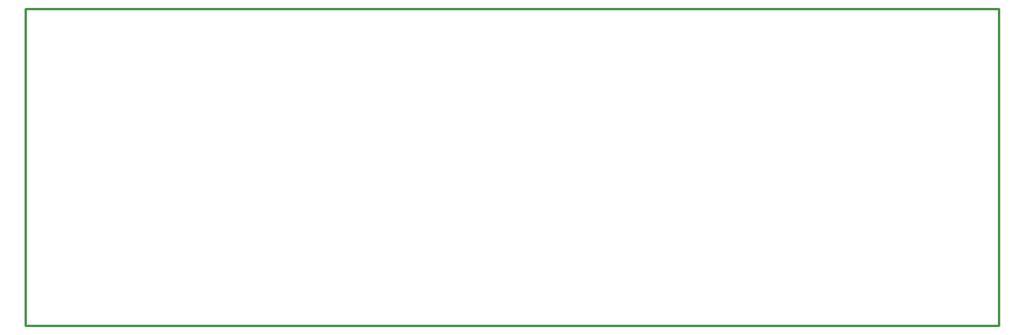
<source format=gbr>
G04 EAGLE Gerber RS-274X export*
G75*
%MOMM*%
%FSLAX34Y34*%
%LPD*%
%IN*%
%IPPOS*%
%AMOC8*
5,1,8,0,0,1.08239X$1,22.5*%
G01*
%ADD10C,0.254000*%


D10*
X558800Y660400D02*
X1600000Y660400D01*
X1600000Y1000000D01*
X558800Y1000000D01*
X558800Y660400D01*
M02*

</source>
